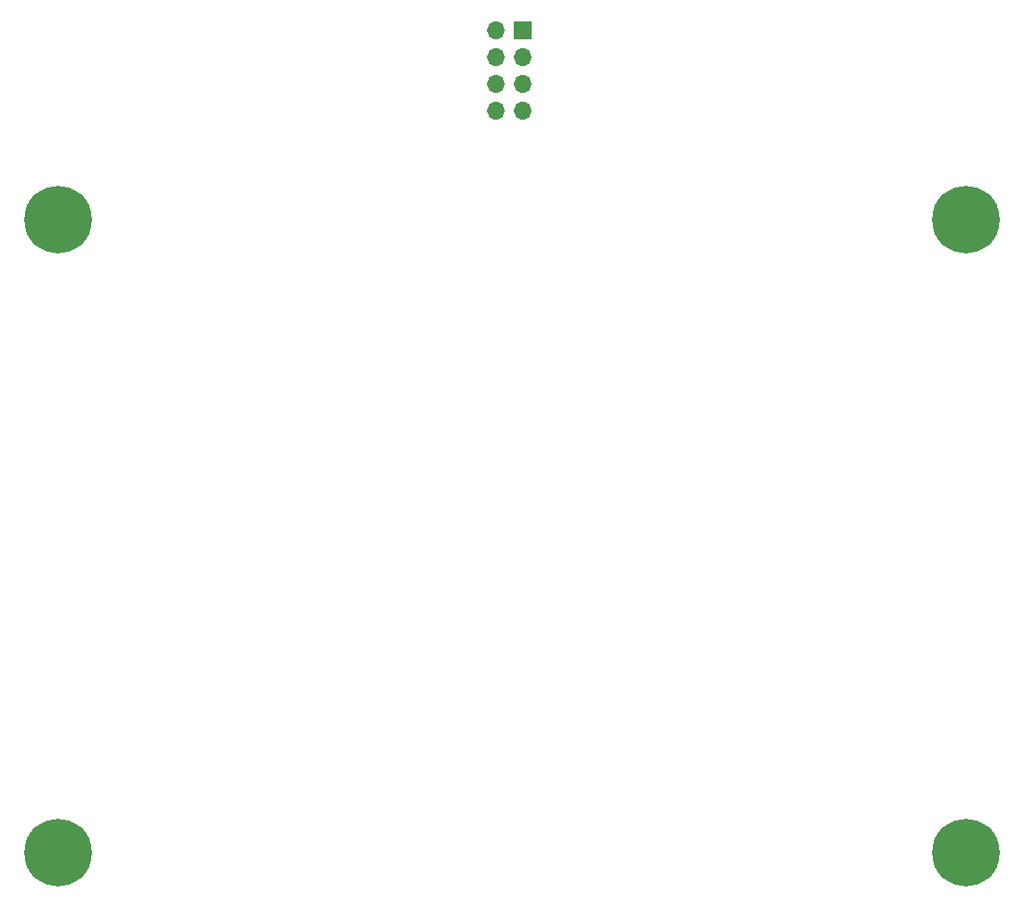
<source format=gbr>
G04 #@! TF.FileFunction,Soldermask,Top*
%FSLAX46Y46*%
G04 Gerber Fmt 4.6, Leading zero omitted, Abs format (unit mm)*
G04 Created by KiCad (PCBNEW 4.0.7) date 06/11/18 22:56:17*
%MOMM*%
%LPD*%
G01*
G04 APERTURE LIST*
%ADD10C,0.100000*%
%ADD11C,6.400000*%
%ADD12R,1.700000X1.700000*%
%ADD13O,1.700000X1.700000*%
G04 APERTURE END LIST*
D10*
D11*
X107000000Y-83000000D03*
D12*
X151000000Y-65000000D03*
D13*
X148460000Y-65000000D03*
X151000000Y-67540000D03*
X148460000Y-67540000D03*
X151000000Y-70080000D03*
X148460000Y-70080000D03*
X151000000Y-72620000D03*
X148460000Y-72620000D03*
D11*
X107000000Y-143000000D03*
X193000000Y-143000000D03*
X193000000Y-83000000D03*
M02*

</source>
